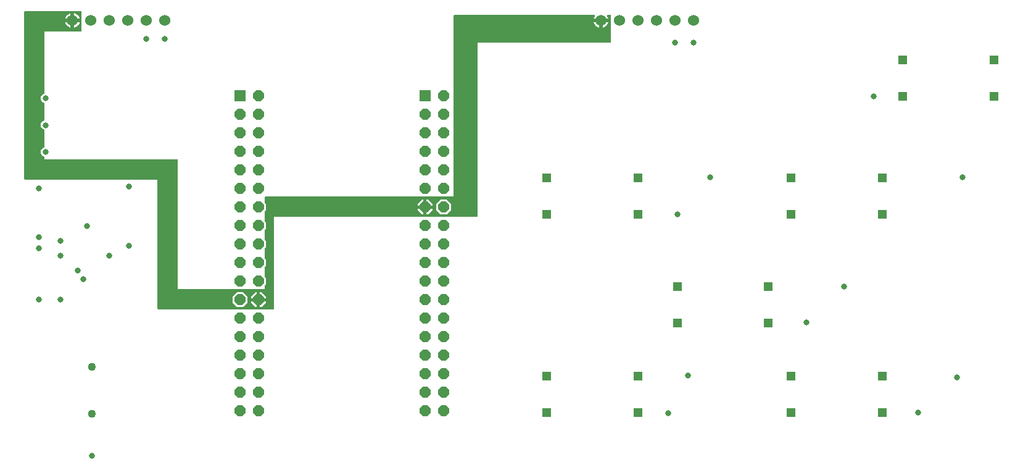
<source format=gbr>
G04 EAGLE Gerber X2 export*
%TF.Part,Single*%
%TF.FileFunction,Copper,L4,Bot,Mixed*%
%TF.FilePolarity,Positive*%
%TF.GenerationSoftware,Autodesk,EAGLE,8.7.1*%
%TF.CreationDate,2018-04-20T19:54:14Z*%
G75*
%MOMM*%
%FSLAX34Y34*%
%LPD*%
%AMOC8*
5,1,8,0,0,1.08239X$1,22.5*%
G01*
%ADD10R,1.308000X1.308000*%
%ADD11C,1.524000*%
%ADD12R,1.524000X1.524000*%
%ADD13P,1.649562X8X292.500000*%
%ADD14C,1.108000*%
%ADD15C,0.812800*%

G36*
X589398Y222266D02*
X589398Y222266D01*
X589517Y222273D01*
X589555Y222286D01*
X589596Y222291D01*
X589706Y222334D01*
X589819Y222371D01*
X589854Y222393D01*
X589891Y222408D01*
X589987Y222478D01*
X590088Y222541D01*
X590116Y222571D01*
X590149Y222594D01*
X590225Y222686D01*
X590306Y222773D01*
X590326Y222808D01*
X590351Y222839D01*
X590402Y222947D01*
X590460Y223051D01*
X590470Y223091D01*
X590487Y223127D01*
X590509Y223244D01*
X590539Y223359D01*
X590543Y223420D01*
X590547Y223440D01*
X590545Y223460D01*
X590549Y223520D01*
X590549Y349251D01*
X868680Y349251D01*
X868798Y349266D01*
X868917Y349273D01*
X868955Y349286D01*
X868996Y349291D01*
X869106Y349334D01*
X869219Y349371D01*
X869254Y349393D01*
X869291Y349408D01*
X869387Y349478D01*
X869488Y349541D01*
X869516Y349571D01*
X869549Y349594D01*
X869625Y349686D01*
X869706Y349773D01*
X869726Y349808D01*
X869751Y349839D01*
X869802Y349947D01*
X869860Y350051D01*
X869870Y350091D01*
X869887Y350127D01*
X869909Y350244D01*
X869939Y350359D01*
X869943Y350420D01*
X869947Y350440D01*
X869945Y350460D01*
X869949Y350520D01*
X869949Y588011D01*
X1051560Y588011D01*
X1051678Y588026D01*
X1051797Y588033D01*
X1051835Y588046D01*
X1051876Y588051D01*
X1051986Y588094D01*
X1052099Y588131D01*
X1052134Y588153D01*
X1052171Y588168D01*
X1052267Y588238D01*
X1052368Y588301D01*
X1052396Y588331D01*
X1052429Y588354D01*
X1052505Y588446D01*
X1052586Y588533D01*
X1052606Y588568D01*
X1052631Y588599D01*
X1052682Y588707D01*
X1052740Y588811D01*
X1052750Y588851D01*
X1052767Y588887D01*
X1052789Y589004D01*
X1052819Y589119D01*
X1052823Y589180D01*
X1052827Y589200D01*
X1052825Y589220D01*
X1052829Y589280D01*
X1052829Y624840D01*
X1052814Y624958D01*
X1052807Y625077D01*
X1052794Y625115D01*
X1052789Y625156D01*
X1052746Y625266D01*
X1052709Y625379D01*
X1052687Y625414D01*
X1052672Y625451D01*
X1052603Y625547D01*
X1052539Y625648D01*
X1052509Y625676D01*
X1052486Y625709D01*
X1052394Y625785D01*
X1052307Y625866D01*
X1052272Y625886D01*
X1052241Y625911D01*
X1052133Y625962D01*
X1052029Y626020D01*
X1051989Y626030D01*
X1051953Y626047D01*
X1051836Y626069D01*
X1051721Y626099D01*
X1051661Y626103D01*
X1051641Y626107D01*
X1051620Y626105D01*
X1051560Y626109D01*
X1048375Y626109D01*
X1048335Y626104D01*
X1048296Y626107D01*
X1048178Y626084D01*
X1048059Y626069D01*
X1048022Y626055D01*
X1047983Y626047D01*
X1047875Y625996D01*
X1047763Y625952D01*
X1047731Y625929D01*
X1047695Y625912D01*
X1047603Y625836D01*
X1047506Y625766D01*
X1047481Y625735D01*
X1047450Y625710D01*
X1047380Y625613D01*
X1047303Y625521D01*
X1047286Y625485D01*
X1047263Y625452D01*
X1047219Y625341D01*
X1047168Y625233D01*
X1047160Y625194D01*
X1047146Y625157D01*
X1047130Y625038D01*
X1047108Y624921D01*
X1047110Y624881D01*
X1047105Y624841D01*
X1047120Y624722D01*
X1047128Y624603D01*
X1047140Y624565D01*
X1047145Y624526D01*
X1047189Y624414D01*
X1047226Y624301D01*
X1047247Y624267D01*
X1047262Y624230D01*
X1047348Y624094D01*
X1047550Y623815D01*
X1048276Y622390D01*
X1048719Y621029D01*
X1040130Y621029D01*
X1040012Y621014D01*
X1039893Y621007D01*
X1039855Y620994D01*
X1039815Y620989D01*
X1039704Y620946D01*
X1039591Y620909D01*
X1039557Y620887D01*
X1039519Y620872D01*
X1039423Y620802D01*
X1039322Y620739D01*
X1039294Y620709D01*
X1039262Y620685D01*
X1039186Y620594D01*
X1039104Y620507D01*
X1039085Y620472D01*
X1039059Y620441D01*
X1039008Y620333D01*
X1038951Y620229D01*
X1038940Y620189D01*
X1038923Y620153D01*
X1038901Y620036D01*
X1038871Y619921D01*
X1038867Y619860D01*
X1038863Y619840D01*
X1038865Y619820D01*
X1038861Y619760D01*
X1038861Y618489D01*
X1038859Y618489D01*
X1038859Y619760D01*
X1038844Y619878D01*
X1038837Y619997D01*
X1038824Y620035D01*
X1038819Y620075D01*
X1038775Y620186D01*
X1038739Y620299D01*
X1038717Y620334D01*
X1038702Y620371D01*
X1038632Y620467D01*
X1038569Y620568D01*
X1038539Y620596D01*
X1038515Y620629D01*
X1038424Y620704D01*
X1038337Y620786D01*
X1038302Y620806D01*
X1038270Y620831D01*
X1038163Y620882D01*
X1038058Y620940D01*
X1038019Y620950D01*
X1037983Y620967D01*
X1037866Y620989D01*
X1037751Y621019D01*
X1037690Y621023D01*
X1037670Y621027D01*
X1037650Y621025D01*
X1037590Y621029D01*
X1029001Y621029D01*
X1029444Y622390D01*
X1030170Y623815D01*
X1030372Y624094D01*
X1030391Y624129D01*
X1030417Y624159D01*
X1030468Y624268D01*
X1030525Y624373D01*
X1030535Y624411D01*
X1030552Y624447D01*
X1030575Y624564D01*
X1030605Y624681D01*
X1030605Y624721D01*
X1030612Y624760D01*
X1030605Y624879D01*
X1030605Y624999D01*
X1030595Y625037D01*
X1030592Y625077D01*
X1030555Y625191D01*
X1030526Y625307D01*
X1030506Y625342D01*
X1030494Y625379D01*
X1030430Y625481D01*
X1030373Y625586D01*
X1030345Y625615D01*
X1030324Y625648D01*
X1030237Y625730D01*
X1030155Y625817D01*
X1030121Y625839D01*
X1030092Y625866D01*
X1029988Y625924D01*
X1029887Y625988D01*
X1029849Y626000D01*
X1029814Y626020D01*
X1029698Y626049D01*
X1029584Y626087D01*
X1029545Y626089D01*
X1029506Y626099D01*
X1029345Y626109D01*
X838200Y626109D01*
X838082Y626094D01*
X837963Y626087D01*
X837925Y626074D01*
X837884Y626069D01*
X837774Y626026D01*
X837661Y625989D01*
X837626Y625967D01*
X837589Y625952D01*
X837493Y625882D01*
X837392Y625819D01*
X837364Y625789D01*
X837331Y625766D01*
X837256Y625674D01*
X837174Y625587D01*
X837154Y625552D01*
X837129Y625521D01*
X837078Y625413D01*
X837020Y625309D01*
X837010Y625269D01*
X836993Y625233D01*
X836971Y625116D01*
X836941Y625001D01*
X836937Y624941D01*
X836933Y624921D01*
X836935Y624900D01*
X836931Y624840D01*
X836931Y377189D01*
X579120Y377189D01*
X579002Y377174D01*
X578883Y377167D01*
X578845Y377154D01*
X578804Y377149D01*
X578694Y377106D01*
X578581Y377069D01*
X578546Y377047D01*
X578509Y377032D01*
X578413Y376963D01*
X578312Y376899D01*
X578284Y376869D01*
X578251Y376846D01*
X578176Y376754D01*
X578094Y376667D01*
X578074Y376632D01*
X578049Y376601D01*
X577998Y376493D01*
X577940Y376389D01*
X577930Y376349D01*
X577913Y376313D01*
X577891Y376196D01*
X577861Y376081D01*
X577857Y376021D01*
X577853Y376001D01*
X577855Y375980D01*
X577851Y375920D01*
X577851Y368284D01*
X577863Y368186D01*
X577866Y368087D01*
X577883Y368029D01*
X577891Y367969D01*
X577927Y367877D01*
X577955Y367782D01*
X577985Y367730D01*
X578008Y367673D01*
X578066Y367593D01*
X578116Y367508D01*
X578182Y367432D01*
X578194Y367416D01*
X578204Y367408D01*
X578223Y367387D01*
X578861Y366749D01*
X578861Y358331D01*
X578223Y357693D01*
X578162Y357615D01*
X578094Y357543D01*
X578067Y357494D01*
X578049Y357472D01*
X578045Y357464D01*
X578028Y357442D01*
X577988Y357351D01*
X577940Y357264D01*
X577928Y357215D01*
X577913Y357184D01*
X577911Y357172D01*
X577901Y357150D01*
X577886Y357052D01*
X577861Y356956D01*
X577857Y356890D01*
X577853Y356872D01*
X577854Y356855D01*
X577851Y356836D01*
X577853Y356824D01*
X577851Y356796D01*
X577851Y342884D01*
X577863Y342786D01*
X577866Y342687D01*
X577883Y342629D01*
X577891Y342569D01*
X577927Y342477D01*
X577955Y342382D01*
X577985Y342330D01*
X578008Y342273D01*
X578066Y342193D01*
X578116Y342108D01*
X578182Y342032D01*
X578194Y342016D01*
X578204Y342008D01*
X578223Y341987D01*
X578861Y341349D01*
X578861Y332931D01*
X578223Y332293D01*
X578162Y332215D01*
X578094Y332143D01*
X578071Y332101D01*
X578059Y332087D01*
X578054Y332076D01*
X578028Y332042D01*
X577988Y331951D01*
X577940Y331864D01*
X577925Y331806D01*
X577901Y331750D01*
X577886Y331652D01*
X577861Y331556D01*
X577855Y331456D01*
X577851Y331436D01*
X577853Y331424D01*
X577851Y331396D01*
X577851Y317484D01*
X577863Y317386D01*
X577866Y317287D01*
X577883Y317229D01*
X577891Y317169D01*
X577927Y317077D01*
X577955Y316982D01*
X577985Y316930D01*
X578008Y316873D01*
X578066Y316793D01*
X578116Y316708D01*
X578182Y316632D01*
X578194Y316616D01*
X578204Y316608D01*
X578223Y316587D01*
X578861Y315949D01*
X578861Y307531D01*
X578223Y306893D01*
X578162Y306815D01*
X578094Y306743D01*
X578065Y306690D01*
X578028Y306642D01*
X577988Y306551D01*
X577940Y306464D01*
X577925Y306406D01*
X577901Y306350D01*
X577886Y306252D01*
X577861Y306156D01*
X577855Y306056D01*
X577851Y306036D01*
X577853Y306024D01*
X577851Y305996D01*
X577851Y292084D01*
X577863Y291986D01*
X577866Y291887D01*
X577883Y291829D01*
X577891Y291769D01*
X577927Y291677D01*
X577955Y291582D01*
X577985Y291530D01*
X578008Y291473D01*
X578066Y291393D01*
X578116Y291308D01*
X578182Y291232D01*
X578194Y291216D01*
X578204Y291208D01*
X578223Y291187D01*
X578861Y290549D01*
X578861Y282131D01*
X578223Y281493D01*
X578162Y281415D01*
X578094Y281343D01*
X578065Y281290D01*
X578028Y281242D01*
X577988Y281151D01*
X577940Y281064D01*
X577925Y281006D01*
X577901Y280950D01*
X577886Y280852D01*
X577861Y280756D01*
X577855Y280656D01*
X577851Y280636D01*
X577853Y280624D01*
X577851Y280596D01*
X577851Y266684D01*
X577863Y266586D01*
X577866Y266487D01*
X577883Y266429D01*
X577891Y266369D01*
X577927Y266277D01*
X577955Y266182D01*
X577980Y266139D01*
X577981Y266135D01*
X577987Y266126D01*
X578008Y266073D01*
X578066Y265993D01*
X578116Y265908D01*
X578148Y265872D01*
X578151Y265866D01*
X578159Y265859D01*
X578182Y265832D01*
X578194Y265816D01*
X578204Y265808D01*
X578223Y265787D01*
X578861Y265149D01*
X578861Y256731D01*
X578223Y256093D01*
X578162Y256015D01*
X578094Y255943D01*
X578065Y255890D01*
X578028Y255842D01*
X577988Y255751D01*
X577940Y255664D01*
X577925Y255606D01*
X577901Y255550D01*
X577886Y255452D01*
X577861Y255356D01*
X577855Y255256D01*
X577851Y255236D01*
X577853Y255224D01*
X577851Y255196D01*
X577851Y250189D01*
X458469Y250189D01*
X458469Y426720D01*
X458454Y426838D01*
X458447Y426957D01*
X458434Y426995D01*
X458429Y427036D01*
X458386Y427146D01*
X458349Y427259D01*
X458327Y427294D01*
X458312Y427331D01*
X458243Y427427D01*
X458179Y427528D01*
X458149Y427556D01*
X458126Y427589D01*
X458034Y427665D01*
X457947Y427746D01*
X457912Y427766D01*
X457881Y427791D01*
X457773Y427842D01*
X457669Y427900D01*
X457629Y427910D01*
X457593Y427927D01*
X457476Y427949D01*
X457361Y427979D01*
X457301Y427983D01*
X457281Y427987D01*
X457260Y427985D01*
X457200Y427989D01*
X275589Y427989D01*
X275589Y430679D01*
X275586Y430709D01*
X275588Y430738D01*
X275566Y430866D01*
X275549Y430995D01*
X275539Y431022D01*
X275534Y431051D01*
X275480Y431170D01*
X275432Y431291D01*
X275415Y431314D01*
X275403Y431341D01*
X275322Y431443D01*
X275246Y431548D01*
X275223Y431567D01*
X275204Y431590D01*
X275101Y431668D01*
X275001Y431751D01*
X274974Y431763D01*
X274950Y431781D01*
X274806Y431852D01*
X273119Y432551D01*
X271261Y434409D01*
X270255Y436836D01*
X270255Y439464D01*
X271261Y441891D01*
X273119Y443749D01*
X274806Y444448D01*
X274831Y444463D01*
X274859Y444472D01*
X274969Y444541D01*
X275082Y444606D01*
X275103Y444626D01*
X275128Y444642D01*
X275217Y444737D01*
X275310Y444827D01*
X275326Y444852D01*
X275346Y444873D01*
X275409Y444987D01*
X275477Y445098D01*
X275485Y445126D01*
X275500Y445152D01*
X275520Y445231D01*
X275527Y445246D01*
X275535Y445286D01*
X275570Y445402D01*
X275572Y445431D01*
X275579Y445460D01*
X275585Y445547D01*
X275587Y445558D01*
X275586Y445569D01*
X275589Y445621D01*
X275589Y467509D01*
X275586Y467539D01*
X275588Y467568D01*
X275566Y467696D01*
X275549Y467825D01*
X275539Y467852D01*
X275534Y467881D01*
X275480Y468000D01*
X275432Y468121D01*
X275415Y468144D01*
X275403Y468171D01*
X275322Y468273D01*
X275246Y468378D01*
X275223Y468397D01*
X275204Y468420D01*
X275101Y468498D01*
X275001Y468581D01*
X274974Y468593D01*
X274950Y468611D01*
X274806Y468682D01*
X273119Y469381D01*
X271261Y471239D01*
X270255Y473666D01*
X270255Y476294D01*
X271261Y478721D01*
X273119Y480579D01*
X274806Y481278D01*
X274831Y481293D01*
X274859Y481302D01*
X274893Y481323D01*
X274923Y481335D01*
X274987Y481381D01*
X275082Y481436D01*
X275103Y481456D01*
X275128Y481472D01*
X275164Y481510D01*
X275180Y481521D01*
X275217Y481567D01*
X275310Y481657D01*
X275326Y481682D01*
X275346Y481703D01*
X275377Y481759D01*
X275383Y481766D01*
X275394Y481791D01*
X275409Y481817D01*
X275477Y481928D01*
X275485Y481956D01*
X275500Y481982D01*
X275518Y482054D01*
X275518Y482055D01*
X275532Y482108D01*
X275570Y482232D01*
X275572Y482261D01*
X275579Y482290D01*
X275589Y482451D01*
X275589Y504339D01*
X275586Y504369D01*
X275588Y504398D01*
X275566Y504526D01*
X275549Y504655D01*
X275539Y504682D01*
X275534Y504711D01*
X275480Y504830D01*
X275432Y504951D01*
X275415Y504974D01*
X275403Y505001D01*
X275322Y505103D01*
X275246Y505208D01*
X275223Y505227D01*
X275204Y505250D01*
X275101Y505328D01*
X275001Y505411D01*
X274974Y505423D01*
X274950Y505441D01*
X274806Y505512D01*
X273119Y506211D01*
X271261Y508069D01*
X270255Y510496D01*
X270255Y513124D01*
X271261Y515551D01*
X273119Y517409D01*
X274806Y518108D01*
X274831Y518123D01*
X274859Y518132D01*
X274969Y518201D01*
X275082Y518266D01*
X275103Y518286D01*
X275128Y518302D01*
X275217Y518397D01*
X275310Y518487D01*
X275326Y518512D01*
X275346Y518533D01*
X275409Y518647D01*
X275477Y518758D01*
X275485Y518786D01*
X275500Y518812D01*
X275532Y518938D01*
X275570Y519062D01*
X275572Y519091D01*
X275579Y519120D01*
X275589Y519281D01*
X275589Y603251D01*
X325120Y603251D01*
X325238Y603266D01*
X325357Y603273D01*
X325395Y603286D01*
X325436Y603291D01*
X325546Y603334D01*
X325659Y603371D01*
X325694Y603393D01*
X325731Y603408D01*
X325827Y603478D01*
X325928Y603541D01*
X325956Y603571D01*
X325989Y603594D01*
X326065Y603686D01*
X326146Y603773D01*
X326166Y603808D01*
X326191Y603839D01*
X326242Y603947D01*
X326300Y604051D01*
X326310Y604091D01*
X326327Y604127D01*
X326349Y604244D01*
X326379Y604359D01*
X326383Y604420D01*
X326387Y604440D01*
X326385Y604460D01*
X326389Y604520D01*
X326389Y629920D01*
X326374Y630038D01*
X326367Y630157D01*
X326354Y630195D01*
X326349Y630236D01*
X326306Y630346D01*
X326269Y630459D01*
X326247Y630494D01*
X326232Y630531D01*
X326163Y630627D01*
X326099Y630728D01*
X326069Y630756D01*
X326046Y630789D01*
X325954Y630865D01*
X325867Y630946D01*
X325832Y630966D01*
X325801Y630991D01*
X325693Y631042D01*
X325589Y631100D01*
X325549Y631110D01*
X325513Y631127D01*
X325396Y631149D01*
X325281Y631179D01*
X325221Y631183D01*
X325201Y631187D01*
X325180Y631185D01*
X325120Y631189D01*
X248920Y631189D01*
X248802Y631174D01*
X248683Y631167D01*
X248645Y631154D01*
X248604Y631149D01*
X248494Y631106D01*
X248381Y631069D01*
X248346Y631047D01*
X248309Y631032D01*
X248213Y630963D01*
X248112Y630899D01*
X248084Y630869D01*
X248051Y630846D01*
X247976Y630754D01*
X247894Y630667D01*
X247874Y630632D01*
X247849Y630601D01*
X247798Y630493D01*
X247740Y630389D01*
X247730Y630349D01*
X247713Y630313D01*
X247691Y630196D01*
X247661Y630081D01*
X247657Y630021D01*
X247653Y630001D01*
X247655Y629980D01*
X247651Y629920D01*
X247651Y401320D01*
X247666Y401202D01*
X247673Y401083D01*
X247686Y401045D01*
X247691Y401004D01*
X247734Y400894D01*
X247771Y400781D01*
X247793Y400746D01*
X247808Y400709D01*
X247878Y400613D01*
X247941Y400512D01*
X247971Y400484D01*
X247994Y400451D01*
X248086Y400376D01*
X248173Y400294D01*
X248208Y400274D01*
X248239Y400249D01*
X248347Y400198D01*
X248451Y400140D01*
X248491Y400130D01*
X248527Y400113D01*
X248644Y400091D01*
X248759Y400061D01*
X248820Y400057D01*
X248840Y400053D01*
X248860Y400055D01*
X248920Y400051D01*
X430531Y400051D01*
X430531Y223520D01*
X430546Y223402D01*
X430553Y223283D01*
X430566Y223245D01*
X430571Y223204D01*
X430614Y223094D01*
X430651Y222981D01*
X430673Y222946D01*
X430688Y222909D01*
X430758Y222813D01*
X430821Y222712D01*
X430851Y222684D01*
X430874Y222651D01*
X430966Y222576D01*
X431053Y222494D01*
X431088Y222474D01*
X431119Y222449D01*
X431227Y222398D01*
X431331Y222340D01*
X431371Y222330D01*
X431407Y222313D01*
X431524Y222291D01*
X431639Y222261D01*
X431700Y222257D01*
X431720Y222253D01*
X431740Y222255D01*
X431800Y222251D01*
X589280Y222251D01*
X589398Y222266D01*
G37*
%LPC*%
G36*
X818491Y352379D02*
X818491Y352379D01*
X812539Y358331D01*
X812539Y366749D01*
X818491Y372701D01*
X826909Y372701D01*
X832861Y366749D01*
X832861Y358331D01*
X826909Y352379D01*
X818491Y352379D01*
G37*
%LPD*%
%LPC*%
G36*
X539091Y225379D02*
X539091Y225379D01*
X533139Y231331D01*
X533139Y239749D01*
X539091Y245701D01*
X547509Y245701D01*
X553461Y239749D01*
X553461Y231331D01*
X547509Y225379D01*
X539091Y225379D01*
G37*
%LPD*%
%LPC*%
G36*
X799522Y364762D02*
X799522Y364762D01*
X799522Y372701D01*
X801509Y372701D01*
X807461Y366749D01*
X807461Y364762D01*
X799522Y364762D01*
G37*
%LPD*%
%LPC*%
G36*
X570922Y237762D02*
X570922Y237762D01*
X570922Y245701D01*
X572909Y245701D01*
X578861Y239749D01*
X578861Y237762D01*
X570922Y237762D01*
G37*
%LPD*%
%LPC*%
G36*
X787139Y364762D02*
X787139Y364762D01*
X787139Y366749D01*
X793091Y372701D01*
X795078Y372701D01*
X795078Y364762D01*
X787139Y364762D01*
G37*
%LPD*%
%LPC*%
G36*
X799522Y352379D02*
X799522Y352379D01*
X799522Y360318D01*
X807461Y360318D01*
X807461Y358331D01*
X801509Y352379D01*
X799522Y352379D01*
G37*
%LPD*%
%LPC*%
G36*
X558539Y237762D02*
X558539Y237762D01*
X558539Y239749D01*
X564491Y245701D01*
X566478Y245701D01*
X566478Y237762D01*
X558539Y237762D01*
G37*
%LPD*%
%LPC*%
G36*
X570922Y225379D02*
X570922Y225379D01*
X570922Y233318D01*
X578861Y233318D01*
X578861Y231331D01*
X572909Y225379D01*
X570922Y225379D01*
G37*
%LPD*%
%LPC*%
G36*
X793091Y352379D02*
X793091Y352379D01*
X787139Y358331D01*
X787139Y360318D01*
X795078Y360318D01*
X795078Y352379D01*
X793091Y352379D01*
G37*
%LPD*%
%LPC*%
G36*
X564491Y225379D02*
X564491Y225379D01*
X558539Y231331D01*
X558539Y233318D01*
X566478Y233318D01*
X566478Y225379D01*
X564491Y225379D01*
G37*
%LPD*%
%LPC*%
G36*
X316229Y621029D02*
X316229Y621029D01*
X316229Y628349D01*
X317590Y627906D01*
X319015Y627180D01*
X320309Y626240D01*
X321440Y625109D01*
X322380Y623815D01*
X323106Y622390D01*
X323549Y621029D01*
X316229Y621029D01*
G37*
%LPD*%
%LPC*%
G36*
X303831Y621029D02*
X303831Y621029D01*
X304274Y622390D01*
X305000Y623815D01*
X305940Y625109D01*
X307071Y626240D01*
X308365Y627180D01*
X309790Y627906D01*
X311151Y628349D01*
X311151Y621029D01*
X303831Y621029D01*
G37*
%LPD*%
%LPC*%
G36*
X1041399Y615951D02*
X1041399Y615951D01*
X1048719Y615951D01*
X1048276Y614590D01*
X1047550Y613165D01*
X1046610Y611871D01*
X1045479Y610740D01*
X1044185Y609800D01*
X1042760Y609074D01*
X1041399Y608631D01*
X1041399Y615951D01*
G37*
%LPD*%
%LPC*%
G36*
X316229Y615951D02*
X316229Y615951D01*
X323549Y615951D01*
X323106Y614590D01*
X322380Y613165D01*
X321440Y611871D01*
X320309Y610740D01*
X319015Y609800D01*
X317590Y609074D01*
X316229Y608631D01*
X316229Y615951D01*
G37*
%LPD*%
%LPC*%
G36*
X1034960Y609074D02*
X1034960Y609074D01*
X1033535Y609800D01*
X1032711Y610398D01*
X1032241Y610740D01*
X1031110Y611871D01*
X1030170Y613165D01*
X1029444Y614590D01*
X1029001Y615951D01*
X1036321Y615951D01*
X1036321Y608631D01*
X1034960Y609074D01*
G37*
%LPD*%
%LPC*%
G36*
X309790Y609074D02*
X309790Y609074D01*
X308365Y609800D01*
X307541Y610398D01*
X307071Y610740D01*
X305940Y611871D01*
X305000Y613165D01*
X304274Y614590D01*
X303831Y615951D01*
X311151Y615951D01*
X311151Y608631D01*
X309790Y609074D01*
G37*
%LPD*%
%LPC*%
G36*
X313689Y618489D02*
X313689Y618489D01*
X313689Y618491D01*
X313691Y618491D01*
X313691Y618489D01*
X313689Y618489D01*
G37*
%LPD*%
D10*
X1424940Y80810D03*
X1299940Y80810D03*
X1424940Y130810D03*
X1299940Y130810D03*
X1268730Y204000D03*
X1143730Y204000D03*
X1268730Y254000D03*
X1143730Y254000D03*
X1089660Y352590D03*
X964660Y352590D03*
X1089660Y402590D03*
X964660Y402590D03*
X1089660Y80810D03*
X964660Y80810D03*
X1089660Y130810D03*
X964660Y130810D03*
X1424940Y352590D03*
X1299940Y352590D03*
X1424940Y402590D03*
X1299940Y402590D03*
D11*
X313690Y618490D03*
X339090Y618490D03*
X364490Y618490D03*
X389890Y618490D03*
X415290Y618490D03*
X440690Y618490D03*
X1038860Y618490D03*
X1064260Y618490D03*
X1089660Y618490D03*
X1115060Y618490D03*
X1140460Y618490D03*
X1165860Y618490D03*
D12*
X543300Y514940D03*
D13*
X568700Y514940D03*
X543300Y489540D03*
X568700Y489540D03*
X543300Y464140D03*
X568700Y464140D03*
X543300Y438740D03*
X568700Y438740D03*
X543300Y413340D03*
X568700Y413340D03*
X543300Y387940D03*
X568700Y387940D03*
X543300Y362540D03*
X568700Y362540D03*
X543300Y337140D03*
X568700Y337140D03*
X543300Y311740D03*
X568700Y311740D03*
X543300Y286340D03*
X568700Y286340D03*
X543300Y260940D03*
X568700Y260940D03*
X543300Y235540D03*
X568700Y235540D03*
X543300Y210140D03*
X568700Y210140D03*
X543300Y184740D03*
X568700Y184740D03*
X543300Y159340D03*
X568700Y159340D03*
X543300Y133940D03*
X568700Y133940D03*
X543300Y108540D03*
X568700Y108540D03*
X543300Y83140D03*
X568700Y83140D03*
D12*
X797300Y514940D03*
D13*
X822700Y514940D03*
X797300Y489540D03*
X822700Y489540D03*
X797300Y464140D03*
X822700Y464140D03*
X797300Y438740D03*
X822700Y438740D03*
X797300Y413340D03*
X822700Y413340D03*
X797300Y387940D03*
X822700Y387940D03*
X797300Y362540D03*
X822700Y362540D03*
X797300Y337140D03*
X822700Y337140D03*
X797300Y311740D03*
X822700Y311740D03*
X797300Y286340D03*
X822700Y286340D03*
X797300Y260940D03*
X822700Y260940D03*
X797300Y235540D03*
X822700Y235540D03*
X797300Y210140D03*
X822700Y210140D03*
X797300Y184740D03*
X822700Y184740D03*
X797300Y159340D03*
X822700Y159340D03*
X797300Y133940D03*
X822700Y133940D03*
X797300Y108540D03*
X822700Y108540D03*
X797300Y83140D03*
X822700Y83140D03*
D10*
X1452880Y564350D03*
X1577880Y564350D03*
X1452880Y514350D03*
X1577880Y514350D03*
D14*
X339960Y143850D03*
X339960Y78850D03*
D15*
X1320800Y204470D03*
X1474470Y81280D03*
X297180Y236220D03*
X267970Y236220D03*
X391160Y309880D03*
X328930Y264160D03*
X364490Y295910D03*
X334010Y336550D03*
X297180Y316230D03*
X1131570Y80010D03*
X1144270Y353060D03*
X267970Y388620D03*
X1158240Y132080D03*
X1165860Y588010D03*
X1413510Y514350D03*
X340360Y21590D03*
X267970Y321310D03*
X267970Y306070D03*
X391160Y391160D03*
X321310Y275590D03*
X297180Y295910D03*
X276860Y511810D03*
X276860Y438150D03*
X1372870Y254000D03*
X1188720Y403860D03*
X1527810Y129540D03*
X1535430Y403860D03*
X415290Y593090D03*
X1140460Y588010D03*
X440690Y593090D03*
X276860Y474980D03*
M02*

</source>
